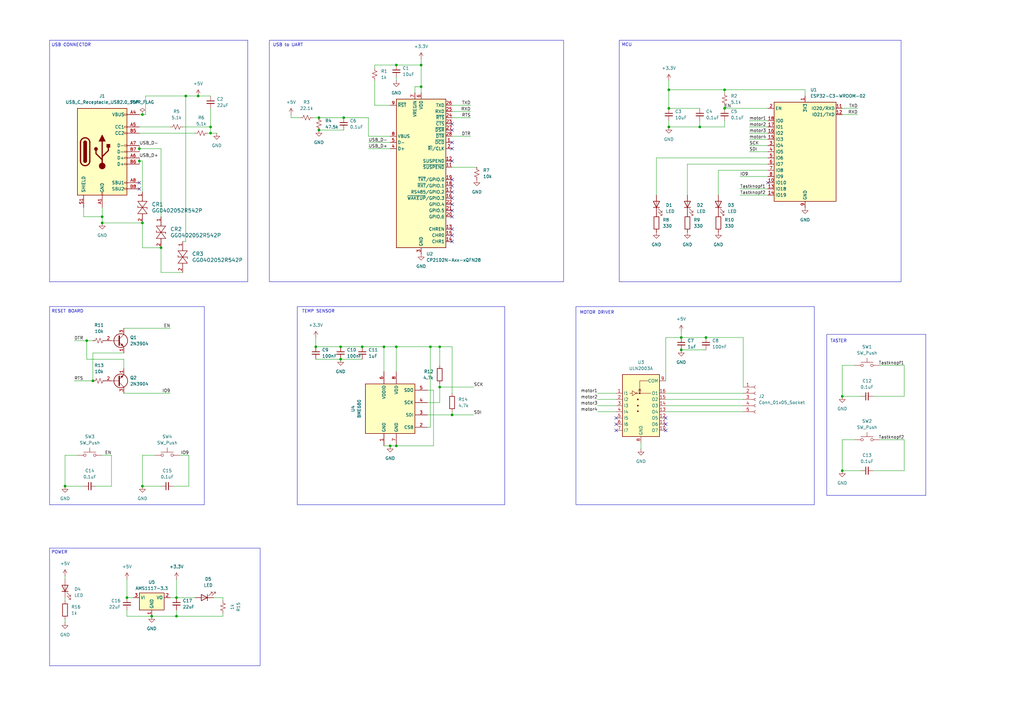
<source format=kicad_sch>
(kicad_sch (version 20250114) (generator "eeschema") (generator_version "9.0")
  (paper "A3")
  (lib_symbols
    (symbol "Connector:Conn_01x05_Socket" (pin_names (offset 1.016) (hide yes))
      (property "Reference" "J" (at 0 7.62 0))
      (property "Value" "Conn_01x05_Socket" (at 0 -7.62 0))
      (symbol "Conn_01x05_Socket_1_1"
        (pin passive line (at -5.08 5.08 0) (length 3.81) (name "Pin_1") (number "1"))
        (pin passive line (at -5.08 2.54 0) (length 3.81) (name "Pin_2") (number "2"))
        (pin passive line (at -5.08 0 0) (length 3.81) (name "Pin_3") (number "3"))
        (pin passive line (at -5.08 -2.54 0) (length 3.81) (name "Pin_4") (number "4"))
        (pin passive line (at -5.08 -5.08 0) (length 3.81) (name "Pin_5") (number "5"))
      )
    )
    (symbol "Connector:USB_C_Receptacle_USB2.0_16P" (pin_names (offset 1.016))
      (property "Reference" "J" (at 0 22.225 0))
      (property "Value" "USB_C_Receptacle_USB2.0_16P" (at 0 19.685 0))
      (symbol "USB_C_Receptacle_USB2.0_16P_1_1"
        (pin passive line (at -7.62 -22.86 90) (length 5.08) (name "SHIELD") (number "S1"))
        (pin passive line (at 0 -22.86 90) (length 5.08) (name "GND") (number "A1"))
        (pin passive line (at 0 -22.86 90) (length 5.08) (hide yes) (name "GND") (number "A12"))
        (pin passive line (at 0 -22.86 90) (length 5.08) (hide yes) (name "GND") (number "B1"))
        (pin passive line (at 0 -22.86 90) (length 5.08) (hide yes) (name "GND") (number "B12"))
        (pin passive line (at 15.24 15.24 180) (length 5.08) (name "VBUS") (number "A4"))
        (pin passive line (at 15.24 15.24 180) (length 5.08) (hide yes) (name "VBUS") (number "A9"))
        (pin passive line (at 15.24 15.24 180) (length 5.08) (hide yes) (name "VBUS") (number "B4"))
        (pin passive line (at 15.24 15.24 180) (length 5.08) (hide yes) (name "VBUS") (number "B9"))
        (pin bidirectional line (at 15.24 10.16 180) (length 5.08) (name "CC1") (number "A5"))
        (pin bidirectional line (at 15.24 7.62 180) (length 5.08) (name "CC2") (number "B5"))
        (pin bidirectional line (at 15.24 2.54 180) (length 5.08) (name "D-") (number "A7"))
        (pin bidirectional line (at 15.24 0 180) (length 5.08) (name "D-") (number "B7"))
        (pin bidirectional line (at 15.24 -2.54 180) (length 5.08) (name "D+") (number "A6"))
        (pin bidirectional line (at 15.24 -5.08 180) (length 5.08) (name "D+") (number "B6"))
        (pin bidirectional line (at 15.24 -12.7 180) (length 5.08) (name "SBU1") (number "A8"))
        (pin bidirectional line (at 15.24 -15.24 180) (length 5.08) (name "SBU2") (number "B8"))
      )
    )
    (symbol "Device:C_Small" (pin_numbers (hide yes)) (pin_names (offset 0.254) (hide yes))
      (property "Reference" "C" (at 0.254 1.778 0))
      (property "Value" "C_Small" (at 0.254 -2.032 0))
      (symbol "C_Small_1_1"
        (pin passive line (at 0 2.54 270) (length 2.032) (name "~") (number "1"))
        (pin passive line (at 0 -2.54 90) (length 2.032) (name "~") (number "2"))
      )
    )
    (symbol "Device:LED" (pin_numbers (hide yes)) (pin_names (offset 1.016) (hide yes))
      (property "Reference" "D" (at 0 2.54 0))
      (property "Value" "LED" (at 0 -2.54 0))
      (symbol "LED_1_1"
        (pin passive line (at -3.81 0 0) (length 2.54) (name "K") (number "1"))
        (pin passive line (at 3.81 0 180) (length 2.54) (name "A") (number "2"))
      )
    )
    (symbol "Device:R" (pin_numbers (hide yes)) (pin_names (offset 0))
      (property "Reference" "R" (at 2.032 0 90))
      (property "Value" "R" (at 0 0 90))
      (symbol "R_1_1"
        (pin passive line (at 0 3.81 270) (length 1.27) (name "~") (number "1"))
        (pin passive line (at 0 -3.81 90) (length 1.27) (name "~") (number "2"))
      )
    )
    (symbol "Device:R_Small_US" (pin_numbers (hide yes)) (pin_names (offset 0.254) (hide yes))
      (property "Reference" "R" (at 0.762 0.508 0))
      (property "Value" "R_Small_US" (at 0.762 -1.016 0))
      (symbol "R_Small_US_1_1"
        (pin passive line (at 0 2.54 270) (length 1.016) (name "~") (number "1"))
        (pin passive line (at 0 -2.54 90) (length 1.016) (name "~") (number "2"))
      )
    )
    (symbol "Home_Sensor_Symbol_lib:GG0402052R542P" (pin_names (offset 0.254))
      (property "Reference" "CR" (at 6.35 5.08 0))
      (property "Value" "GG0402052R542P" (at 6.35 -3.81 0))
      (symbol "GG0402052R542P_1_1"
        (pin bidirectional line (at 0 0 0) (length 2.54) (name "") (number "2"))
        (pin bidirectional line (at 12.7 0 180) (length 2.54) (name "") (number "1"))
      )
    )
    (symbol "Interface_USB:CP2102N-Axx-xQFN28"
      (property "Reference" "U" (at -8.89 31.75 0))
      (property "Value" "CP2102N-Axx-xQFN28" (at 12.7 31.75 0))
      (symbol "CP2102N-Axx-xQFN28_1_1"
        (pin input line (at -12.7 27.94 0) (length 2.54) (name "~{RST}") (number "9"))
        (pin input line (at -12.7 15.24 0) (length 2.54) (name "VBUS") (number "8"))
        (pin bidirectional line (at -12.7 12.7 0) (length 2.54) (name "D-") (number "5"))
        (pin bidirectional line (at -12.7 10.16 0) (length 2.54) (name "D+") (number "4"))
        (pin no_connect line (at -10.16 -27.94 0) (length 2.54) (hide yes) (name "NC") (number "10"))
        (pin power_in line (at -2.54 33.02 270) (length 2.54) (name "VREGIN") (number "7"))
        (pin power_in line (at 0 33.02 270) (length 2.54) (name "VDD") (number "6"))
        (pin passive line (at 0 -33.02 90) (length 2.54) (hide yes) (name "GND") (number "29"))
        (pin power_in line (at 0 -33.02 90) (length 2.54) (name "GND") (number "3"))
        (pin output line (at 12.7 27.94 180) (length 2.54) (name "TXD") (number "26"))
        (pin input line (at 12.7 25.4 180) (length 2.54) (name "RXD") (number "25"))
        (pin output line (at 12.7 22.86 180) (length 2.54) (name "~{RTS}") (number "24"))
        (pin input line (at 12.7 20.32 180) (length 2.54) (name "~{CTS}") (number "23"))
        (pin input line (at 12.7 17.78 180) (length 2.54) (name "~{DSR}") (number "27"))
        (pin output line (at 12.7 15.24 180) (length 2.54) (name "~{DTR}") (number "28"))
        (pin input line (at 12.7 12.7 180) (length 2.54) (name "~{DCD}") (number "1"))
        (pin bidirectional line (at 12.7 10.16 180) (length 2.54) (name "~{RI}/CLK") (number "2"))
        (pin output line (at 12.7 5.08 180) (length 2.54) (name "SUSPEND") (number "12"))
        (pin output line (at 12.7 2.54 180) (length 2.54) (name "~{SUSPEND}") (number "11"))
        (pin bidirectional line (at 12.7 -2.54 180) (length 2.54) (name "~{TXT}/GPIO.0") (number "19"))
        (pin bidirectional line (at 12.7 -5.08 180) (length 2.54) (name "~{RXT}/GPIO.1") (number "18"))
        (pin bidirectional line (at 12.7 -7.62 180) (length 2.54) (name "RS485/GPIO.2") (number "17"))
        (pin bidirectional line (at 12.7 -10.16 180) (length 2.54) (name "~{WAKEUP}/GPIO.3") (number "16"))
        (pin bidirectional line (at 12.7 -12.7 180) (length 2.54) (name "GPIO.4") (number "22"))
        (pin bidirectional line (at 12.7 -15.24 180) (length 2.54) (name "GPIO.5") (number "21"))
        (pin bidirectional line (at 12.7 -17.78 180) (length 2.54) (name "GPIO.6") (number "20"))
        (pin output line (at 12.7 -22.86 180) (length 2.54) (name "CHREN") (number "13"))
        (pin output line (at 12.7 -25.4 180) (length 2.54) (name "CHR0") (number "15"))
        (pin output line (at 12.7 -27.94 180) (length 2.54) (name "CHR1") (number "14"))
      )
    )
    (symbol "RF_Module:ESP32-C3-WROOM-02"
      (property "Reference" "U" (at -12.192 21.336 0))
      (property "Value" "ESP32-C3-WROOM-02" (at 12.192 21.336 0))
      (symbol "ESP32-C3-WROOM-02_1_1"
        (pin input line (at -15.24 17.78 0) (length 2.54) (name "EN") (number "2"))
        (pin bidirectional line (at -15.24 12.7 0) (length 2.54) (name "IO0") (number "18"))
        (pin bidirectional line (at -15.24 10.16 0) (length 2.54) (name "IO1") (number "17"))
        (pin bidirectional line (at -15.24 7.62 0) (length 2.54) (name "IO2") (number "16"))
        (pin bidirectional line (at -15.24 5.08 0) (length 2.54) (name "IO3") (number "15"))
        (pin bidirectional line (at -15.24 2.54 0) (length 2.54) (name "IO4") (number "3"))
        (pin bidirectional line (at -15.24 0 0) (length 2.54) (name "IO5") (number "4"))
        (pin bidirectional line (at -15.24 -2.54 0) (length 2.54) (name "IO6") (number "5"))
        (pin bidirectional line (at -15.24 -5.08 0) (length 2.54) (name "IO7") (number "6"))
        (pin bidirectional line (at -15.24 -7.62 0) (length 2.54) (name "IO8") (number "7"))
        (pin bidirectional line (at -15.24 -10.16 0) (length 2.54) (name "IO9") (number "8"))
        (pin bidirectional line (at -15.24 -12.7 0) (length 2.54) (name "IO10") (number "10"))
        (pin bidirectional line (at -15.24 -15.24 0) (length 2.54) (name "IO18") (number "13"))
        (pin bidirectional line (at -15.24 -17.78 0) (length 2.54) (name "IO19") (number "14"))
        (pin power_in line (at 0 22.86 270) (length 2.54) (name "3V3") (number "1"))
        (pin passive line (at 0 -22.86 90) (length 2.54) (hide yes) (name "GND") (number "19"))
        (pin power_in line (at 0 -22.86 90) (length 2.54) (name "GND") (number "9"))
        (pin bidirectional line (at 15.24 17.78 180) (length 2.54) (name "IO20/RXD") (number "11"))
        (pin bidirectional line (at 15.24 15.24 180) (length 2.54) (name "IO21/TXD") (number "12"))
      )
    )
    (symbol "Regulator_Linear:AMS1117-3.3"
      (property "Reference" "U" (at -3.81 3.175 0))
      (property "Value" "AMS1117-3.3" (at 0 3.175 0))
      (symbol "AMS1117-3.3_1_1"
        (pin power_in line (at -7.62 0 0) (length 2.54) (name "VI") (number "3"))
        (pin power_in line (at 0 -7.62 90) (length 2.54) (name "GND") (number "1"))
        (pin power_out line (at 7.62 0 180) (length 2.54) (name "VO") (number "2"))
      )
    )
    (symbol "Sensor:BME680"
      (property "Reference" "U" (at -8.89 11.43 0))
      (property "Value" "BME680" (at 7.62 11.43 0))
      (symbol "BME680_1_1"
        (pin power_in line (at -2.54 15.24 270) (length 5.08) (name "VDDIO") (number "6"))
        (pin power_in line (at -2.54 -15.24 90) (length 5.08) (name "GND") (number "1"))
        (pin power_in line (at 2.54 15.24 270) (length 5.08) (name "VDD") (number "8"))
        (pin power_in line (at 2.54 -15.24 90) (length 5.08) (name "GND") (number "7"))
        (pin bidirectional line (at 15.24 7.62 180) (length 5.08) (name "SDO") (number "5"))
        (pin input line (at 15.24 2.54 180) (length 5.08) (name "SCK") (number "4"))
        (pin bidirectional line (at 15.24 -2.54 180) (length 5.08) (name "SDI") (number "3"))
        (pin input line (at 15.24 -7.62 180) (length 5.08) (name "CSB") (number "2"))
      )
    )
    (symbol "Switch:SW_Push" (pin_numbers (hide yes)) (pin_names (offset 1.016) (hide yes))
      (property "Reference" "SW" (at 1.27 2.54 0))
      (property "Value" "SW_Push" (at 0 -1.524 0))
      (symbol "SW_Push_0_1"
        (pin passive line (at -5.08 0 0) (length 2.54) (name "1") (number "1"))
        (pin passive line (at 5.08 0 180) (length 2.54) (name "2") (number "2"))
      )
    )
    (symbol "Transistor_Array:ULN2003A"
      (property "Reference" "U" (at 0 15.875 0))
      (property "Value" "ULN2003A" (at 0 13.97 0))
      (symbol "ULN2003A_1_1"
        (pin input line (at -10.16 5.08 0) (length 2.54) (name "I1") (number "1"))
        (pin input line (at -10.16 2.54 0) (length 2.54) (name "I2") (number "2"))
        (pin input line (at -10.16 0 0) (length 2.54) (name "I3") (number "3"))
        (pin input line (at -10.16 -2.54 0) (length 2.54) (name "I4") (number "4"))
        (pin input line (at -10.16 -5.08 0) (length 2.54) (name "I5") (number "5"))
        (pin input line (at -10.16 -7.62 0) (length 2.54) (name "I6") (number "6"))
        (pin input line (at -10.16 -10.16 0) (length 2.54) (name "I7") (number "7"))
        (pin power_in line (at 0 -15.24 90) (length 2.54) (name "GND") (number "8"))
        (pin passive line (at 10.16 10.16 180) (length 2.54) (name "COM") (number "9"))
        (pin open_collector line (at 10.16 5.08 180) (length 2.54) (name "O1") (number "16"))
        (pin open_collector line (at 10.16 2.54 180) (length 2.54) (name "O2") (number "15"))
        (pin open_collector line (at 10.16 0 180) (length 2.54) (name "O3") (number "14"))
        (pin open_collector line (at 10.16 -2.54 180) (length 2.54) (name "O4") (number "13"))
        (pin open_collector line (at 10.16 -5.08 180) (length 2.54) (name "O5") (number "12"))
        (pin open_collector line (at 10.16 -7.62 180) (length 2.54) (name "O6") (number "11"))
        (pin open_collector line (at 10.16 -10.16 180) (length 2.54) (name "O7") (number "10"))
      )
    )
    (symbol "Transistor_BJT:2N3904" (pin_names (offset 0) (hide yes))
      (property "Reference" "Q" (at 5.08 1.905 0))
      (property "Value" "2N3904" (at 5.08 0 0))
      (symbol "2N3904_1_1"
        (pin input line (at -5.08 0 0) (length 2.54) (name "B") (number "2"))
        (pin passive line (at 2.54 5.08 270) (length 2.54) (name "C") (number "3"))
        (pin passive line (at 2.54 -5.08 90) (length 2.54) (name "E") (number "1"))
      )
    )
    (symbol "power:+3.3V" (power) (pin_numbers (hide yes)) (pin_names (offset 0) (hide yes))
      (property "Value" "+3.3V" (at 0 3.556 0))
      (symbol "+3.3V_1_1"
        (pin power_in line (at 0 0 90) (length 0) (name "~") (number "1"))
      )
    )
    (symbol "power:+5V" (power) (pin_numbers (hide yes)) (pin_names (offset 0) (hide yes))
      (property "Value" "+5V" (at 0 3.556 0))
      (symbol "+5V_1_1"
        (pin power_in line (at 0 0 90) (length 0) (name "~") (number "1"))
      )
    )
    (symbol "power:GND" (power) (pin_numbers (hide yes)) (pin_names (offset 0) (hide yes))
      (property "Value" "GND" (at 0 -3.81 0))
      (symbol "GND_1_1"
        (pin power_in line (at 0 0 270) (length 0) (name "~") (number "1"))
      )
    )
    (symbol "power:PWR_FLAG" (power) (pin_numbers (hide yes)) (pin_names (offset 0) (hide yes))
      (property "Value" "PWR_FLAG" (at 0 3.81 0))
      (symbol "PWR_FLAG_0_0"
        (pin power_out line (at 0 0 90) (length 0) (name "~") (number "1"))
      )
    )
  )
  (rectangle (start 20.32 16.51) (end 101.6 115.57))
  (rectangle (start 236.22 125.73) (end 334.01 207.01))
  (rectangle (start 110.49 16.51) (end 231.14 115.57))
  (rectangle (start 339.09 137.16) (end 379.73 203.2))
  (rectangle (start 121.92 125.73) (end 207.01 207.01))
  (rectangle (start 20.32 125.73) (end 83.82 207.01))
  (rectangle (start 20.32 224.79) (end 106.68 273.05))
  (text "POWER\n" (at 24.384 226.568 0) (effects (font (size 1.27 1.27))))
  (text "USB to UART\n" (at 118.11 18.542 0) (effects (font (size 1.27 1.27))))
  (text "MOTOR DRIVER\n" (at 244.856 128.27 0) (effects (font (size 1.27 1.27))))
  (text "TASTER\n" (at 343.916 139.954 0) (effects (font (size 1.27 1.27))))
  (text "RESET BOARD\n" (at 27.686 127.762 0) (effects (font (size 1.27 1.27))))
  (text "TEMP SENSOR\n" (at 130.556 127.762 0) (effects (font (size 1.27 1.27))))
  (text "USB CONNECTOR\n" (at 29.21 18.542 0) (effects (font (size 1.27 1.27))))
  (text_box "MCU\n" (at 254 16.51 0) (size 115.57 99.06) (margins 0.9525 0.9525 0.9525 0.9525) (effects (font (size 1.27 1.27)) (justify left top)))
  (junction (at 297.18 44.45))
  (junction (at 58.42 91.44))
  (junction (at 38.1 156.21))
  (junction (at 345.44 162.56))
  (junction (at 162.56 142.24))
  (junction (at 140.97 48.26))
  (junction (at 139.7 142.24))
  (junction (at 287.02 52.07))
  (junction (at 297.18 36.83))
  (junction (at 185.42 170.18))
  (junction (at 58.42 199.39))
  (junction (at 274.32 52.07))
  (junction (at 129.54 142.24))
  (junction (at 274.32 44.45))
  (junction (at 148.59 142.24))
  (junction (at 72.39 252.73))
  (junction (at 345.44 193.04))
  (junction (at 26.67 199.39))
  (junction (at 289.56 138.43))
  (junction (at 86.36 54.61))
  (junction (at 41.91 91.44))
  (junction (at 35.56 139.7))
  (junction (at 52.07 245.11))
  (junction (at 86.36 52.07))
  (junction (at 176.53 142.24))
  (junction (at 180.34 142.24))
  (junction (at 274.32 36.83))
  (junction (at 130.81 48.26))
  (junction (at 66.04 101.6))
  (junction (at 41.91 88.9))
  (junction (at 62.23 252.73))
  (junction (at 279.4 138.43))
  (junction (at 130.81 53.34))
  (junction (at 57.15 60.96))
  (junction (at 76.2 39.37))
  (junction (at 172.72 26.67))
  (junction (at 58.42 46.99))
  (junction (at 72.39 245.11))
  (junction (at 157.48 142.24))
  (junction (at 160.02 182.88))
  (junction (at 139.7 147.32))
  (junction (at 81.28 39.37))
  (junction (at 172.72 35.56))
  (junction (at 180.34 158.75))
  (junction (at 162.56 182.88))
  (junction (at 57.15 66.04))
  (junction (at 279.4 143.51))
  (junction (at 162.56 26.67))
  (no_connect (at 185.42 53.34))
  (no_connect (at 252.73 176.53))
  (no_connect (at 185.42 86.36))
  (no_connect (at 185.42 73.66))
  (no_connect (at 314.96 74.93))
  (no_connect (at 273.05 173.99))
  (no_connect (at 252.73 171.45))
  (no_connect (at 185.42 81.28))
  (no_connect (at 185.42 58.42))
  (no_connect (at 185.42 96.52))
  (no_connect (at 273.05 176.53))
  (no_connect (at 57.15 77.47))
  (no_connect (at 185.42 60.96))
  (no_connect (at 185.42 76.2))
  (no_connect (at 273.05 171.45))
  (no_connect (at 57.15 74.93))
  (no_connect (at 185.42 78.74))
  (no_connect (at 185.42 88.9))
  (no_connect (at 185.42 66.04))
  (no_connect (at 185.42 50.8))
  (no_connect (at 252.73 173.99))
  (no_connect (at 185.42 83.82))
  (no_connect (at 185.42 93.98))
  (no_connect (at 185.42 99.06))
  (wire (pts (xy 58.42 46.99) (xy 59.69 46.99)))
  (wire (pts (xy 73.66 186.69) (xy 77.47 186.69)))
  (wire (pts (xy 81.28 39.37) (xy 86.36 39.37)))
  (wire (pts (xy 153.67 43.18) (xy 160.02 43.18)))
  (wire (pts (xy 180.34 158.75) (xy 194.31 158.75)))
  (wire (pts (xy 63.5 186.69) (xy 58.42 186.69)))
  (wire (pts (xy 76.2 99.06) (xy 74.93 99.06)))
  (wire (pts (xy 119.38 48.26) (xy 123.19 48.26)))
  (wire (pts (xy 151.13 60.96) (xy 160.02 60.96)))
  (wire (pts (xy 245.11 168.91) (xy 252.73 168.91)))
  (wire (pts (xy 303.53 72.39) (xy 314.96 72.39)))
  (wire (pts (xy 170.18 35.56) (xy 172.72 35.56)))
  (wire (pts (xy 297.18 36.83) (xy 297.18 38.1)))
  (wire (pts (xy 303.53 77.47) (xy 314.96 77.47)))
  (wire (pts (xy 157.48 142.24) (xy 157.48 152.4)))
  (wire (pts (xy 91.44 252.73) (xy 72.39 252.73)))
  (wire (pts (xy 57.15 59.69) (xy 57.15 60.96)))
  (wire (pts (xy 294.64 69.85) (xy 314.96 69.85)))
  (wire (pts (xy 330.2 39.37) (xy 330.2 36.83)))
  (wire (pts (xy 273.05 138.43) (xy 279.4 138.43)))
  (wire (pts (xy 66.04 111.76) (xy 66.04 101.6)))
  (wire (pts (xy 307.34 59.69) (xy 314.96 59.69)))
  (wire (pts (xy 57.15 60.96) (xy 66.04 60.96)))
  (wire (pts (xy 281.94 67.31) (xy 314.96 67.31)))
  (wire (pts (xy 39.37 199.39) (xy 45.72 199.39)))
  (wire (pts (xy 345.44 46.99) (xy 351.79 46.99)))
  (wire (pts (xy 72.39 252.73) (xy 62.23 252.73)))
  (wire (pts (xy 30.48 156.21) (xy 38.1 156.21)))
  (wire (pts (xy 176.53 142.24) (xy 176.53 175.26)))
  (wire (pts (xy 273.05 161.29) (xy 304.8 161.29)))
  (wire (pts (xy 172.72 24.13) (xy 172.72 26.67)))
  (wire (pts (xy 91.44 251.46) (xy 91.44 252.73)))
  (wire (pts (xy 153.67 26.67) (xy 153.67 27.94)))
  (wire (pts (xy 52.07 252.73) (xy 62.23 252.73)))
  (wire (pts (xy 69.85 245.11) (xy 72.39 245.11)))
  (wire (pts (xy 41.91 85.09) (xy 41.91 88.9)))
  (wire (pts (xy 128.27 48.26) (xy 130.81 48.26)))
  (wire (pts (xy 180.34 142.24) (xy 180.34 149.86)))
  (wire (pts (xy 38.1 144.78) (xy 50.8 144.78)))
  (wire (pts (xy 177.8 160.02) (xy 177.8 182.88)))
  (wire (pts (xy 74.93 52.07) (xy 86.36 52.07)))
  (wire (pts (xy 76.2 39.37) (xy 81.28 39.37)))
  (wire (pts (xy 273.05 168.91) (xy 304.8 168.91)))
  (wire (pts (xy 307.34 62.23) (xy 314.96 62.23)))
  (wire (pts (xy 175.26 175.26) (xy 176.53 175.26)))
  (wire (pts (xy 35.56 147.32) (xy 35.56 139.7)))
  (wire (pts (xy 66.04 60.96) (xy 66.04 88.9)))
  (wire (pts (xy 58.42 91.44) (xy 41.91 91.44)))
  (wire (pts (xy 185.42 43.18) (xy 193.04 43.18)))
  (wire (pts (xy 72.39 245.11) (xy 80.01 245.11)))
  (wire (pts (xy 330.2 36.83) (xy 297.18 36.83)))
  (wire (pts (xy 345.44 180.34) (xy 345.44 193.04)))
  (wire (pts (xy 274.32 36.83) (xy 274.32 44.45)))
  (wire (pts (xy 26.67 199.39) (xy 34.29 199.39)))
  (wire (pts (xy 345.44 149.86) (xy 345.44 162.56)))
  (wire (pts (xy 262.89 184.15) (xy 262.89 181.61)))
  (wire (pts (xy 52.07 237.49) (xy 52.07 245.11)))
  (wire (pts (xy 287.02 52.07) (xy 274.32 52.07)))
  (wire (pts (xy 50.8 161.29) (xy 69.85 161.29)))
  (wire (pts (xy 59.69 39.37) (xy 76.2 39.37)))
  (wire (pts (xy 148.59 142.24) (xy 157.48 142.24)))
  (wire (pts (xy 289.56 138.43) (xy 304.8 138.43)))
  (wire (pts (xy 160.02 182.88) (xy 162.56 182.88)))
  (wire (pts (xy 162.56 33.02) (xy 162.56 31.75)))
  (wire (pts (xy 58.42 101.6) (xy 66.04 101.6)))
  (wire (pts (xy 350.52 180.34) (xy 345.44 180.34)))
  (wire (pts (xy 151.13 55.88) (xy 160.02 55.88)))
  (wire (pts (xy 185.42 55.88) (xy 193.04 55.88)))
  (wire (pts (xy 151.13 58.42) (xy 160.02 58.42)))
  (wire (pts (xy 153.67 26.67) (xy 162.56 26.67)))
  (wire (pts (xy 180.34 142.24) (xy 185.42 142.24)))
  (wire (pts (xy 57.15 60.96) (xy 57.15 62.23)))
  (wire (pts (xy 273.05 163.83) (xy 304.8 163.83)))
  (wire (pts (xy 162.56 26.67) (xy 172.72 26.67)))
  (wire (pts (xy 185.42 68.58) (xy 195.58 68.58)))
  (wire (pts (xy 307.34 57.15) (xy 314.96 57.15)))
  (wire (pts (xy 86.36 44.45) (xy 86.36 52.07)))
  (wire (pts (xy 50.8 134.62) (xy 69.85 134.62)))
  (wire (pts (xy 72.39 237.49) (xy 72.39 245.11)))
  (wire (pts (xy 307.34 49.53) (xy 314.96 49.53)))
  (wire (pts (xy 119.38 46.99) (xy 119.38 48.26)))
  (wire (pts (xy 345.44 193.04) (xy 353.06 193.04)))
  (wire (pts (xy 57.15 46.99) (xy 58.42 46.99)))
  (wire (pts (xy 245.11 163.83) (xy 252.73 163.83)))
  (wire (pts (xy 162.56 142.24) (xy 176.53 142.24)))
  (wire (pts (xy 345.44 44.45) (xy 351.79 44.45)))
  (wire (pts (xy 176.53 142.24) (xy 180.34 142.24)))
  (wire (pts (xy 34.29 88.9) (xy 41.91 88.9)))
  (wire (pts (xy 180.34 158.75) (xy 180.34 165.1)))
  (wire (pts (xy 345.44 162.56) (xy 353.06 162.56)))
  (wire (pts (xy 274.32 49.53) (xy 274.32 52.07)))
  (wire (pts (xy 297.18 52.07) (xy 287.02 52.07)))
  (wire (pts (xy 162.56 142.24) (xy 162.56 152.4)))
  (wire (pts (xy 307.34 52.07) (xy 314.96 52.07)))
  (wire (pts (xy 175.26 160.02) (xy 177.8 160.02)))
  (wire (pts (xy 77.47 186.69) (xy 77.47 199.39)))
  (wire (pts (xy 370.84 149.86) (xy 370.84 162.56)))
  (wire (pts (xy 177.8 182.88) (xy 162.56 182.88)))
  (wire (pts (xy 297.18 49.53) (xy 297.18 52.07)))
  (wire (pts (xy 358.14 193.04) (xy 370.84 193.04)))
  (wire (pts (xy 140.97 48.26) (xy 151.13 48.26)))
  (wire (pts (xy 130.81 48.26) (xy 140.97 48.26)))
  (wire (pts (xy 57.15 66.04) (xy 58.42 66.04)))
  (wire (pts (xy 71.12 199.39) (xy 77.47 199.39)))
  (wire (pts (xy 157.48 142.24) (xy 162.56 142.24)))
  (wire (pts (xy 151.13 48.26) (xy 151.13 55.88)))
  (wire (pts (xy 58.42 66.04) (xy 58.42 78.74)))
  (wire (pts (xy 269.24 64.77) (xy 314.96 64.77)))
  (wire (pts (xy 274.32 36.83) (xy 297.18 36.83)))
  (wire (pts (xy 185.42 170.18) (xy 194.31 170.18)))
  (wire (pts (xy 59.69 46.99) (xy 59.69 39.37)))
  (wire (pts (xy 157.48 182.88) (xy 160.02 182.88)))
  (wire (pts (xy 38.1 156.21) (xy 38.1 144.78)))
  (wire (pts (xy 130.81 53.34) (xy 140.97 53.34)))
  (wire (pts (xy 153.67 33.02) (xy 153.67 43.18)))
  (wire (pts (xy 185.42 45.72) (xy 193.04 45.72)))
  (wire (pts (xy 274.32 33.02) (xy 274.32 36.83)))
  (wire (pts (xy 41.91 88.9) (xy 41.91 91.44)))
  (wire (pts (xy 185.42 48.26) (xy 193.04 48.26)))
  (wire (pts (xy 66.04 111.76) (xy 74.93 111.76)))
  (wire (pts (xy 58.42 199.39) (xy 66.04 199.39)))
  (wire (pts (xy 279.4 138.43) (xy 279.4 135.89)))
  (wire (pts (xy 273.05 166.37) (xy 304.8 166.37)))
  (wire (pts (xy 170.18 35.56) (xy 170.18 38.1)))
  (wire (pts (xy 57.15 52.07) (xy 69.85 52.07)))
  (wire (pts (xy 172.72 35.56) (xy 172.72 38.1)))
  (wire (pts (xy 297.18 43.18) (xy 297.18 44.45)))
  (wire (pts (xy 38.1 139.7) (xy 35.56 139.7)))
  (wire (pts (xy 52.07 250.19) (xy 52.07 252.73)))
  (wire (pts (xy 26.67 186.69) (xy 26.67 199.39)))
  (wire (pts (xy 350.52 149.86) (xy 345.44 149.86)))
  (wire (pts (xy 370.84 180.34) (xy 370.84 193.04)))
  (wire (pts (xy 180.34 165.1) (xy 175.26 165.1)))
  (wire (pts (xy 57.15 54.61) (xy 80.01 54.61)))
  (wire (pts (xy 185.42 170.18) (xy 175.26 170.18)))
  (wire (pts (xy 303.53 80.01) (xy 314.96 80.01)))
  (wire (pts (xy 26.67 246.38) (xy 26.67 245.11)))
  (wire (pts (xy 72.39 250.19) (xy 72.39 252.73)))
  (wire (pts (xy 360.68 149.86) (xy 370.84 149.86)))
  (wire (pts (xy 245.11 161.29) (xy 252.73 161.29)))
  (wire (pts (xy 86.36 54.61) (xy 85.09 54.61)))
  (wire (pts (xy 180.34 157.48) (xy 180.34 158.75)))
  (wire (pts (xy 279.4 138.43) (xy 289.56 138.43)))
  (wire (pts (xy 139.7 147.32) (xy 148.59 147.32)))
  (wire (pts (xy 50.8 147.32) (xy 35.56 147.32)))
  (wire (pts (xy 35.56 139.7) (xy 30.48 139.7)))
  (wire (pts (xy 358.14 162.56) (xy 370.84 162.56)))
  (wire (pts (xy 129.54 138.43) (xy 129.54 142.24)))
  (wire (pts (xy 86.36 52.07) (xy 86.36 54.61)))
  (wire (pts (xy 86.36 54.61) (xy 88.9 54.61)))
  (wire (pts (xy 58.42 186.69) (xy 58.42 199.39)))
  (wire (pts (xy 245.11 166.37) (xy 252.73 166.37)))
  (wire (pts (xy 31.75 186.69) (xy 26.67 186.69)))
  (wire (pts (xy 172.72 35.56) (xy 172.72 26.67)))
  (wire (pts (xy 185.42 168.91) (xy 185.42 170.18)))
  (wire (pts (xy 294.64 69.85) (xy 294.64 80.01)))
  (wire (pts (xy 129.54 147.32) (xy 139.7 147.32)))
  (wire (pts (xy 185.42 161.29) (xy 185.42 142.24)))
  (wire (pts (xy 279.4 143.51) (xy 289.56 143.51)))
  (wire (pts (xy 307.34 54.61) (xy 314.96 54.61)))
  (wire (pts (xy 45.72 186.69) (xy 45.72 199.39)))
  (wire (pts (xy 91.44 245.11) (xy 91.44 246.38)))
  (wire (pts (xy 26.67 255.27) (xy 26.67 254)))
  (wire (pts (xy 287.02 49.53) (xy 287.02 52.07)))
  (wire (pts (xy 281.94 80.01) (xy 281.94 67.31)))
  (wire (pts (xy 34.29 85.09) (xy 34.29 88.9)))
  (wire (pts (xy 58.42 91.44) (xy 58.42 101.6)))
  (wire (pts (xy 129.54 142.24) (xy 139.7 142.24)))
  (wire (pts (xy 50.8 151.13) (xy 50.8 147.32)))
  (wire (pts (xy 41.91 186.69) (xy 45.72 186.69)))
  (wire (pts (xy 139.7 142.24) (xy 148.59 142.24)))
  (wire (pts (xy 57.15 66.04) (xy 57.15 67.31)))
  (wire (pts (xy 87.63 245.11) (xy 91.44 245.11)))
  (wire (pts (xy 269.24 64.77) (xy 269.24 80.01)))
  (wire (pts (xy 360.68 180.34) (xy 370.84 180.34)))
  (wire (pts (xy 273.05 138.43) (xy 273.05 156.21)))
  (wire (pts (xy 297.18 44.45) (xy 314.96 44.45)))
  (wire (pts (xy 57.15 64.77) (xy 57.15 66.04)))
  (wire (pts (xy 26.67 236.22) (xy 26.67 237.49)))
  (wire (pts (xy 52.07 245.11) (xy 54.61 245.11)))
  (wire (pts (xy 274.32 44.45) (xy 287.02 44.45)))
  (wire (pts (xy 304.8 138.43) (xy 304.8 158.75)))
  (wire (pts (xy 76.2 39.37) (xy 76.2 99.06)))
  (label "SCK" (at 194.31 158.75 0))
  (label "SDI" (at 194.31 170.18 0))
  (label "EN" (at 297.18 44.45 0))
  (label "motor3" (at 245.11 166.37 180))
  (label "RXD" (at 351.79 46.99 180))
  (label "USB_D-" (at 57.15 59.69 0))
  (label "motor4" (at 307.34 57.15 0))
  (label "USB_D+" (at 57.15 64.77 0))
  (label "motor2" (at 245.11 163.83 180))
  (label "IO9" (at 69.85 161.29 180))
  (label "TXD" (at 193.04 43.18 180))
  (label "SCK" (at 307.34 59.69 0))
  (label "DTR" (at 30.48 139.7 0))
  (label "DTR" (at 193.04 55.88 180))
  (label "Tastknopf1" (at 370.84 149.86 180))
  (label "EN" (at 45.72 186.69 180))
  (label "SDI" (at 307.34 62.23 0))
  (label "motor1" (at 307.34 49.53 0))
  (label "USB_D-" (at 151.13 58.42 0))
  (label "motor3" (at 307.34 54.61 0))
  (label "IO9" (at 77.47 186.69 180))
  (label "USB_D+" (at 151.13 60.96 0))
  (label "motor4" (at 245.11 168.91 180))
  (label "motor1" (at 245.11 161.29 180))
  (label "IO9" (at 303.53 72.39 0))
  (label "Tastknopf2" (at 303.53 80.01 0))
  (label "EN" (at 69.85 134.62 180))
  (label "Tastknopf1" (at 303.53 77.47 0))
  (label "RXD" (at 193.04 45.72 180))
  (label "TXD" (at 351.79 44.45 180))
  (label "motor2" (at 307.34 52.07 0))
  (label "RTS" (at 193.04 48.26 180))
  (label "RTS" (at 30.48 156.21 0))
  (label "Tastknopf2" (at 370.84 180.34 180))
  (symbol (lib_id "Device:R_Small_US") (at 297.18 40.64 180) (unit 1)
    (property "Reference" "R2" (at 299.72 39.3699 0) (effects (justify right)))
    (property "Value" "5.1k" (at 299.72 41.9099 0) (effects (justify right)))
    (property "Footprint" "Resistor_SMD:R_0603_1608Metric_Pad0.98x0.95mm_HandSolder" (effects (hide yes)))
    (property "Description" "Resistor, small US symbol" (effects (hide yes)))
  )
  (symbol (lib_id "Device:R") (at 294.64 91.44 0) (unit 1)
    (property "Reference" "R10" (at 297.18 90.1699 0) (effects (justify left)))
    (property "Value" "330" (at 297.18 92.7099 0) (effects (justify left)))
    (property "Footprint" "Resistor_SMD:R_0603_1608Metric_Pad0.98x0.95mm_HandSolder" (effects (hide yes)))
    (property "Description" "Resistor" (effects (hide yes)))
  )
  (symbol (lib_id "power:PWR_FLAG") (at 58.42 46.99 0) (unit 1)
    (property "Reference" "#FLG01" (effects (hide yes)))
    (property "Value" "PWR_FLAG" (at 58.42 41.91 0))
    (property "Description" "Special symbol for telling ERC where power comes from" (effects (hide yes)))
  )
  (symbol (lib_id "power:GND") (at 172.72 104.14 0) (unit 1)
    (property "Reference" "#PWR015" (effects (hide yes)))
    (property "Value" "GND" (at 172.72 109.22 0))
    (property "Description" "Power symbol creates a global label with name \"GND\" , ground" (effects (hide yes)))
  )
  (symbol (lib_id "power:GND") (at 26.67 255.27 0) (unit 1)
    (property "Reference" "#PWR030" (effects (hide yes)))
    (property "Value" "GND" (at 26.67 260.35 0))
    (property "Description" "Power symbol creates a global label with name \"GND\" , ground" (effects (hide yes)))
  )
  (symbol (lib_id "power:GND") (at 41.91 91.44 0) (unit 1)
    (property "Reference" "#PWR011" (effects (hide yes)))
    (property "Value" "GND" (at 41.91 96.52 0))
    (property "Description" "Power symbol creates a global label with name \"GND\" , ground" (effects (hide yes)))
  )
  (symbol (lib_id "Device:LED") (at 83.82 245.11 180) (unit 1)
    (property "Reference" "D5" (at 85.4075 237.49 0))
    (property "Value" "LED" (at 85.4075 240.03 0))
    (property "Footprint" "LED_SMD:LED_0603_1608Metric_Pad1.05x0.95mm_HandSolder" (effects (hide yes)))
    (property "Description" "Light emitting diode" (effects (hide yes)))
    (property "Sim.Pins" "1=K 2=A" (effects (hide yes)))
  )
  (symbol (lib_id "Switch:SW_Push") (at 36.83 186.69 0) (unit 1)
    (property "Reference" "SW3" (at 36.83 179.07 0))
    (property "Value" "SW_Push" (at 36.83 181.61 0))
    (property "Footprint" "Home_Sensor_foot_lib:SW4_1825910-B_TEC" (effects (hide yes)))
    (property "Description" "Push button switch, generic, two pins" (effects (hide yes)))
  )
  (symbol (lib_id "power:GND") (at 130.81 53.34 0) (unit 1)
    (property "Reference" "#PWR07" (effects (hide yes)))
    (property "Value" "GND" (at 130.81 58.42 0))
    (property "Description" "Power symbol creates a global label with name \"GND\" , ground" (effects (hide yes)))
  )
  (symbol (lib_id "power:+3.3V") (at 72.39 237.49 0) (unit 1)
    (property "Reference" "#PWR028" (effects (hide yes)))
    (property "Value" "+3.3V" (at 72.39 232.41 0))
    (property "Description" "Power symbol creates a global label with name \"+3.3V\"" (effects (hide yes)))
  )
  (symbol (lib_id "power:+5V") (at 81.28 39.37 0) (unit 1)
    (property "Reference" "#PWR04" (effects (hide yes)))
    (property "Value" "+5V" (at 81.28 34.29 0))
    (property "Description" "Power symbol creates a global label with name \"+5V\"" (effects (hide yes)))
  )
  (symbol (lib_id "power:GND") (at 274.32 52.07 0) (unit 1)
    (property "Reference" "#PWR06" (effects (hide yes)))
    (property "Value" "GND" (at 274.32 57.15 0))
    (property "Description" "Power symbol creates a global label with name \"GND\" , ground" (effects (hide yes)))
  )
  (symbol (lib_id "power:GND") (at 160.02 182.88 0) (unit 1)
    (property "Reference" "#PWR021" (effects (hide yes)))
    (property "Value" "GND" (at 160.02 187.96 0))
    (property "Description" "Power symbol creates a global label with name \"GND\" , ground" (effects (hide yes)))
  )
  (symbol (lib_id "power:GND") (at 330.2 85.09 0) (unit 1)
    (property "Reference" "#PWR010" (effects (hide yes)))
    (property "Value" "GND" (at 330.2 90.17 0))
    (property "Description" "Power symbol creates a global label with name \"GND\" , ground" (effects (hide yes)))
  )
  (symbol (lib_id "power:GND") (at 279.4 143.51 0) (unit 1)
    (property "Reference" "#PWR018" (effects (hide yes)))
    (property "Value" "GND" (at 279.4 148.59 0))
    (property "Description" "Power symbol creates a global label with name \"GND\" , ground" (effects (hide yes)))
  )
  (symbol (lib_id "Device:LED") (at 294.64 83.82 90) (unit 1)
    (property "Reference" "D3" (at 298.45 84.1374 90) (effects (justify right)))
    (property "Value" "LED" (at 298.45 86.6774 90) (effects (justify right)))
    (property "Footprint" "LED_SMD:LED_0603_1608Metric_Pad1.05x0.95mm_HandSolder" (effects (hide yes)))
    (property "Description" "Light emitting diode" (effects (hide yes)))
    (property "Sim.Pins" "1=K 2=A" (effects (hide yes)))
  )
  (symbol (lib_id "Device:C_Small") (at 148.59 144.78 0) (unit 1)
    (property "Reference" "C11" (at 151.13 143.5162 0) (effects (justify left)))
    (property "Value" "1uF" (at 151.13 146.0562 0) (effects (justify left)))
    (property "Footprint" "Capacitor_SMD:C_0603_1608Metric_Pad1.08x0.95mm_HandSolder" (effects (hide yes)))
    (property "Description" "Unpolarized capacitor, small symbol" (effects (hide yes)))
  )
  (symbol (lib_id "Home_Sensor_Symbol_lib:GG0402052R542P") (at 66.04 101.6 90) (unit 1)
    (property "Reference" "CR2" (at 69.85 93.9799 90) (effects (font (size 1.524 1.524)) (justify right)))
    (property "Value" "GG0402052R542P" (at 69.85 96.5199 90) (effects (font (size 1.524 1.524)) (justify right)))
    (property "Footprint" "Home_Sensor_foot_lib:TVS_GG0402_KAV" (effects (hide yes)))
    (property "Datasheet" "GG0402052R542P" (effects (hide yes)))
  )
  (symbol (lib_id "Device:C_Small") (at 36.83 199.39 90) (unit 1)
    (property "Reference" "C14" (at 36.8363 193.04 90))
    (property "Value" "0.1uF" (at 36.8363 195.58 90))
    (property "Footprint" "Capacitor_SMD:C_0603_1608Metric_Pad1.08x0.95mm_HandSolder" (effects (hide yes)))
    (property "Description" "Unpolarized capacitor, small symbol" (effects (hide yes)))
  )
  (symbol (lib_id "Device:R_Small_US") (at 153.67 30.48 180) (unit 1)
    (property "Reference" "R1" (at 156.21 29.2099 0) (effects (justify right)))
    (property "Value" "1k" (at 156.21 31.7499 0) (effects (justify right)))
    (property "Footprint" "Resistor_SMD:R_0603_1608Metric_Pad0.98x0.95mm_HandSolder" (effects (hide yes)))
    (property "Description" "Resistor, small US symbol" (effects (hide yes)))
  )
  (symbol (lib_id "Transistor_BJT:2N3904") (at 48.26 139.7 0) (unit 1)
    (property "Reference" "Q1" (at 53.34 138.4299 0) (effects (justify left)))
    (property "Value" "2N3904" (at 53.34 140.9699 0) (effects (justify left)))
    (property "Footprint" "Package_TO_SOT_THT:TO-92_Inline" (effects (hide yes)))
    (property "Datasheet" "https://www.onsemi.com/pub/Collateral/2N3903-D.PDF" (effects (hide yes)))
    (property "Description" "0.2A Ic, 40V Vce, Small Signal NPN Transistor, TO-92" (effects (hide yes)))
  )
  (symbol (lib_id "Home_Sensor_Symbol_lib:GG0402052R542P") (at 58.42 91.44 90) (unit 1)
    (property "Reference" "CR1" (at 62.23 83.8199 90) (effects (font (size 1.524 1.524)) (justify right)))
    (property "Value" "GG0402052R542P" (at 62.23 86.3599 90) (effects (font (size 1.524 1.524)) (justify right)))
    (property "Footprint" "Home_Sensor_foot_lib:TVS_GG0402_KAV" (effects (hide yes)))
    (property "Datasheet" "GG0402052R542P" (effects (hide yes)))
  )
  (symbol (lib_id "power:GND") (at 62.23 252.73 0) (unit 1)
    (property "Reference" "#PWR029" (effects (hide yes)))
    (property "Value" "GND" (at 62.23 257.81 0))
    (property "Description" "Power symbol creates a global label with name \"GND\" , ground" (effects (hide yes)))
  )
  (symbol (lib_id "Transistor_BJT:2N3904") (at 48.26 156.21 0) (mirror x) (unit 1)
    (property "Reference" "Q2" (at 53.34 154.9399 0) (effects (justify left)))
    (property "Value" "2N3904" (at 53.34 157.4799 0) (effects (justify left)))
    (property "Footprint" "Package_TO_SOT_THT:TO-92_Inline" (effects (hide yes)))
    (property "Datasheet" "https://www.onsemi.com/pub/Collateral/2N3903-D.PDF" (effects (hide yes)))
    (property "Description" "0.2A Ic, 40V Vce, Small Signal NPN Transistor, TO-92" (effects (hide yes)))
  )
  (symbol (lib_id "RF_Module:ESP32-C3-WROOM-02") (at 330.2 62.23 0) (unit 1)
    (property "Reference" "U1" (at 332.3433 36.83 0) (effects (justify left)))
    (property "Value" "ESP32-C3-WROOM-02" (at 332.3433 39.37 0) (effects (justify left)))
    (property "Footprint" "RF_Module:ESP32-C3-WROOM-02" (effects (hide yes)))
    (property "Datasheet" "https://www.espressif.com/sites/default/files/documentation/esp32-c3-wroom-02_datasheet_en.pdf" (effects (hide yes)))
    (property "Description" "802.11 b/g/n Wi­Fi and Bluetooth 5 module, ESP32­C3 SoC, RISC­V microprocessor, On-board antenna" (effects (hide yes)))
  )
  (symbol (lib_id "Device:C_Small") (at 139.7 144.78 0) (unit 1)
    (property "Reference" "C10" (at 142.24 143.5162 0) (effects (justify left)))
    (property "Value" "100nF" (at 142.24 146.0562 0) (effects (justify left)))
    (property "Footprint" "Capacitor_SMD:C_0603_1608Metric_Pad1.08x0.95mm_HandSolder" (effects (hide yes)))
    (property "Description" "Unpolarized capacitor, small symbol" (effects (hide yes)))
  )
  (symbol (lib_id "Device:C_Small") (at 68.58 199.39 90) (unit 1)
    (property "Reference" "C15" (at 68.5863 193.04 90))
    (property "Value" "0.1uF" (at 68.5863 195.58 90))
    (property "Footprint" "Capacitor_SMD:C_0603_1608Metric_Pad1.08x0.95mm_HandSolder" (effects (hide yes)))
    (property "Description" "Unpolarized capacitor, small symbol" (effects (hide yes)))
  )
  (symbol (lib_id "power:+5V") (at 119.38 46.99 0) (unit 1)
    (property "Reference" "#PWR05" (effects (hide yes)))
    (property "Value" "+5V" (at 119.38 41.91 0))
    (property "Description" "Power symbol creates a global label with name \"+5V\"" (effects (hide yes)))
  )
  (symbol (lib_id "power:GND") (at 58.42 199.39 0) (unit 1)
    (property "Reference" "#PWR025" (effects (hide yes)))
    (property "Value" "GND" (at 58.42 204.47 0))
    (property "Description" "Power symbol creates a global label with name \"GND\" , ground" (effects (hide yes)))
  )
  (symbol (lib_id "power:GND") (at 281.94 95.25 0) (unit 1)
    (property "Reference" "#PWR013" (effects (hide yes)))
    (property "Value" "GND" (at 281.94 100.33 0))
    (property "Description" "Power symbol creates a global label with name \"GND\" , ground" (effects (hide yes)))
  )
  (symbol (lib_id "Device:R") (at 269.24 91.44 0) (unit 1)
    (property "Reference" "R8" (at 271.78 90.1699 0) (effects (justify left)))
    (property "Value" "330" (at 271.78 92.7099 0) (effects (justify left)))
    (property "Footprint" "Resistor_SMD:R_0603_1608Metric_Pad0.98x0.95mm_HandSolder" (effects (hide yes)))
    (property "Description" "Resistor" (effects (hide yes)))
  )
  (symbol (lib_id "Home_Sensor_Symbol_lib:GG0402052R542P") (at 74.93 111.76 90) (unit 1)
    (property "Reference" "CR3" (at 78.74 104.1399 90) (effects (font (size 1.524 1.524)) (justify right)))
    (property "Value" "GG0402052R542P" (at 78.74 106.6799 90) (effects (font (size 1.524 1.524)) (justify right)))
    (property "Footprint" "Home_Sensor_foot_lib:TVS_GG0402_KAV" (effects (hide yes)))
    (property "Datasheet" "GG0402052R542P" (effects (hide yes)))
  )
  (symbol (lib_id "Interface_USB:CP2102N-Axx-xQFN28") (at 172.72 71.12 0) (unit 1)
    (property "Reference" "U2" (at 174.8633 104.14 0) (effects (justify left)))
    (property "Value" "CP2102N-Axx-xQFN28" (at 174.8633 106.68 0) (effects (justify left)))
    (property "Footprint" "Home_Sensor_foot_lib:QFN50P500X500X80-29N" (effects (hide yes)))
    (property "Datasheet" "https://www.silabs.com/documents/public/data-sheets/cp2102n-datasheet.pdf" (effects (hide yes)))
    (property "Description" "USB to UART master bridge, QFN-28" (effects (hide yes)))
  )
  (symbol (lib_id "Device:C_Small") (at 129.54 144.78 0) (unit 1)
    (property "Reference" "C9" (at 132.08 143.5162 0) (effects (justify left)))
    (property "Value" "100nF" (at 132.08 146.0562 0) (effects (justify left)))
    (property "Footprint" "Capacitor_SMD:C_0603_1608Metric_Pad1.08x0.95mm_HandSolder" (effects (hide yes)))
    (property "Description" "Unpolarized capacitor, small symbol" (effects (hide yes)))
  )
  (symbol (lib_id "Regulator_Linear:AMS1117-3.3") (at 62.23 245.11 0) (unit 1)
    (property "Reference" "U5" (at 62.23 238.76 0))
    (property "Value" "AMS1117-3.3" (at 62.23 241.3 0))
    (property "Footprint" "Package_TO_SOT_SMD:SOT-223-3_TabPin2" (effects (hide yes)))
    (property "Datasheet" "http://www.advanced-monolithic.com/pdf/ds1117.pdf" (effects (hide yes)))
    (property "Description" "1A Low Dropout regulator, positive, 3.3V fixed output, SOT-223" (effects (hide yes)))
  )
  (symbol (lib_id "Device:R") (at 185.42 165.1 180) (unit 1)
    (property "Reference" "R14" (at 187.96 163.8299 0) (effects (justify right)))
    (property "Value" "4.7k" (at 187.96 166.3699 0) (effects (justify right)))
    (property "Footprint" "Resistor_SMD:R_0603_1608Metric_Pad0.98x0.95mm_HandSolder" (effects (hide yes)))
    (property "Description" "Resistor" (effects (hide yes)))
  )
  (symbol (lib_id "power:+5V") (at 279.4 135.89 0) (unit 1)
    (property "Reference" "#PWR016" (effects (hide yes)))
    (property "Value" "+5V" (at 279.4 130.81 0))
    (property "Description" "Power symbol creates a global label with name \"+5V\"" (effects (hide yes)))
  )
  (symbol (lib_id "power:GND") (at 345.44 193.04 0) (unit 1)
    (property "Reference" "#PWR023" (effects (hide yes)))
    (property "Value" "GND" (at 345.44 198.12 0))
    (property "Description" "Power symbol creates a global label with name \"GND\" , ground" (effects (hide yes)))
  )
  (symbol (lib_id "Device:R") (at 180.34 153.67 0) (mirror x) (unit 1)
    (property "Reference" "R12" (at 177.8 152.3999 0) (effects (justify right)))
    (property "Value" "4.7k" (at 177.8 154.9399 0) (effects (justify right)))
    (property "Footprint" "Resistor_SMD:R_0603_1608Metric_Pad0.98x0.95mm_HandSolder" (effects (hide yes)))
    (property "Description" "Resistor" (effects (hide yes)))
  )
  (symbol (lib_id "Device:C_Small") (at 140.97 50.8 0) (unit 1)
    (property "Reference" "C6" (at 143.51 49.5362 0) (effects (justify left)))
    (property "Value" "0.1uF" (at 143.51 52.0762 0) (effects (justify left)))
    (property "Footprint" "Capacitor_SMD:C_0603_1608Metric_Pad1.08x0.95mm_HandSolder" (effects (hide yes)))
    (property "Description" "Unpolarized capacitor, small symbol" (effects (hide yes)))
  )
  (symbol (lib_id "Device:LED") (at 281.94 83.82 90) (unit 1)
    (property "Reference" "D2" (at 285.75 84.1374 90) (effects (justify right)))
    (property "Value" "LED" (at 285.75 86.6774 90) (effects (justify right)))
    (property "Footprint" "LED_SMD:LED_0603_1608Metric_Pad1.05x0.95mm_HandSolder" (effects (hide yes)))
    (property "Description" "Light emitting diode" (effects (hide yes)))
    (property "Sim.Pins" "1=K 2=A" (effects (hide yes)))
  )
  (symbol (lib_id "power:GND") (at 345.44 162.56 0) (unit 1)
    (property "Reference" "#PWR020" (effects (hide yes)))
    (property "Value" "GND" (at 345.44 167.64 0))
    (property "Description" "Power symbol creates a global label with name \"GND\" , ground" (effects (hide yes)))
  )
  (symbol (lib_id "power:+5V") (at 52.07 237.49 0) (unit 1)
    (property "Reference" "#PWR027" (effects (hide yes)))
    (property "Value" "+5V" (at 52.07 232.41 0))
    (property "Description" "Power symbol creates a global label with name \"+5V\"" (effects (hide yes)))
  )
  (symbol (lib_id "power:+3.3V") (at 274.32 33.02 0) (unit 1)
    (property "Reference" "#PWR02" (effects (hide yes)))
    (property "Value" "+3.3V" (at 274.32 27.94 0))
    (property "Description" "Power symbol creates a global label with name \"+3.3V\"" (effects (hide yes)))
  )
  (symbol (lib_id "Device:C_Small") (at 355.6 162.56 90) (unit 1)
    (property "Reference" "C12" (at 355.6063 156.21 90))
    (property "Value" "0.1uF" (at 355.6063 158.75 90))
    (property "Footprint" "Capacitor_SMD:C_0603_1608Metric_Pad1.08x0.95mm_HandSolder" (effects (hide yes)))
    (property "Description" "Unpolarized capacitor, small symbol" (effects (hide yes)))
  )
  (symbol (lib_id "Device:R_Small_US") (at 130.81 50.8 180) (unit 1)
    (property "Reference" "R4" (at 133.35 49.5299 0) (effects (justify right)))
    (property "Value" "47.5k" (at 133.35 52.0699 0) (effects (justify right)))
    (property "Footprint" "Resistor_SMD:R_0603_1608Metric_Pad0.98x0.95mm_HandSolder" (effects (hide yes)))
    (property "Description" "Resistor, small US symbol" (effects (hide yes)))
  )
  (symbol (lib_id "power:GND") (at 262.89 184.15 0) (unit 1)
    (property "Reference" "#PWR022" (effects (hide yes)))
    (property "Value" "GND" (at 262.89 189.23 0))
    (property "Description" "Power symbol creates a global label with name \"GND\" , ground" (effects (hide yes)))
  )
  (symbol (lib_id "Device:C_Small") (at 274.32 46.99 0) (unit 1)
    (property "Reference" "C3" (at 276.86 45.7262 0) (effects (justify left)))
    (property "Value" "10uF" (at 276.86 48.2662 0) (effects (justify left)))
    (property "Footprint" "Capacitor_SMD:C_0603_1608Metric_Pad1.08x0.95mm_HandSolder" (effects (hide yes)))
    (property "Description" "Unpolarized capacitor, small symbol" (effects (hide yes)))
  )
  (symbol (lib_id "Sensor:BME680") (at 160.02 167.64 0) (unit 1)
    (property "Reference" "U4" (at 144.78 167.64 90))
    (property "Value" "BME680" (at 147.32 167.64 90))
    (property "Footprint" "Package_LGA:Bosch_LGA-8_3x3mm_P0.8mm_ClockwisePinNumbering" (effects (hide yes)))
    (property "Datasheet" "https://ae-bst.resource.bosch.com/media/_tech/media/datasheets/BST-BME680-DS001.pdf" (effects (hide yes)))
    (property "Description" "4-in-1 sensor, gas, humidity, pressure, temperature, I2C and SPI interface, 1.71-3.6V, LGA-8" (effects (hide yes)))
  )
  (symbol (lib_id "Connector:Conn_01x05_Socket") (at 309.88 163.83 0) (unit 1)
    (property "Reference" "J2" (at 311.15 162.5599 0) (effects (justify left)))
    (property "Value" "Conn_01x05_Socket" (at 311.15 165.0999 0) (effects (justify left)))
    (property "Footprint" "Connector_PinSocket_2.54mm:PinSocket_1x05_P2.54mm_Vertical" (effects (hide yes)))
    (property "Description" "Generic connector, single row, 01x05, script generated" (effects (hide yes)))
  )
  (symbol (lib_id "Device:R_Small_US") (at 195.58 71.12 180) (unit 1)
    (property "Reference" "R7" (at 198.12 69.8499 0) (effects (justify right)))
    (property "Value" "10k" (at 198.12 72.3899 0) (effects (justify right)))
    (property "Footprint" "Resistor_SMD:R_0603_1608Metric_Pad0.98x0.95mm_HandSolder" (effects (hide yes)))
    (property "Description" "Resistor, small US symbol" (effects (hide yes)))
  )
  (symbol (lib_id "Device:R_Small_US") (at 125.73 48.26 270) (unit 1)
    (property "Reference" "R3" (at 125.73 41.91 90))
    (property "Value" "22.1k" (at 125.73 44.45 90))
    (property "Footprint" "Resistor_SMD:R_0603_1608Metric_Pad0.98x0.95mm_HandSolder" (effects (hide yes)))
    (property "Description" "Resistor, small US symbol" (effects (hide yes)))
  )
  (symbol (lib_id "Device:C_Small") (at 72.39 247.65 0) (unit 1)
    (property "Reference" "C17" (at 74.93 246.3862 0) (effects (justify left)))
    (property "Value" "22uF" (at 74.93 248.9262 0) (effects (justify left)))
    (property "Footprint" "Capacitor_SMD:C_0603_1608Metric_Pad1.08x0.95mm_HandSolder" (effects (hide yes)))
    (property "Description" "Unpolarized capacitor, small symbol" (effects (hide yes)))
  )
  (symbol (lib_id "Transistor_Array:ULN2003A") (at 262.89 166.37 0) (unit 1)
    (property "Reference" "U3" (at 262.89 148.59 0))
    (property "Value" "ULN2003A" (at 262.89 151.13 0))
    (property "Footprint" "Home_Sensor_foot_lib:DIP-16_STM" (effects (hide yes)))
    (property "Datasheet" "http://www.ti.com/lit/ds/symlink/uln2003a.pdf" (effects (hide yes)))
    (property "Description" "High Voltage, High Current Darlington Transistor Arrays, SOIC16/SOIC16W/DIP16/TSSOP16" (effects (hide yes)))
  )
  (symbol (lib_id "Device:C_Small") (at 297.18 46.99 0) (unit 1)
    (property "Reference" "C5" (at 299.72 45.7262 0) (effects (justify left)))
    (property "Value" "0.1uF" (at 299.72 48.2662 0) (effects (justify left)))
    (property "Footprint" "Capacitor_SMD:C_0603_1608Metric_Pad1.08x0.95mm_HandSolder" (effects (hide yes)))
    (property "Description" "Unpolarized capacitor, small symbol" (effects (hide yes)))
  )
  (symbol (lib_id "Switch:SW_Push") (at 68.58 186.69 0) (unit 1)
    (property "Reference" "SW4" (at 68.58 179.07 0))
    (property "Value" "SW_Push" (at 68.58 181.61 0))
    (property "Footprint" "Home_Sensor_foot_lib:SW4_1825910-B_TEC" (effects (hide yes)))
    (property "Description" "Push button switch, generic, two pins" (effects (hide yes)))
  )
  (symbol (lib_id "power:GND") (at 294.64 95.25 0) (unit 1)
    (property "Reference" "#PWR014" (effects (hide yes)))
    (property "Value" "GND" (at 294.64 100.33 0))
    (property "Description" "Power symbol creates a global label with name \"GND\" , ground" (effects (hide yes)))
  )
  (symbol (lib_id "Device:C_Small") (at 279.4 140.97 0) (unit 1)
    (property "Reference" "C7" (at 281.94 139.7062 0) (effects (justify left)))
    (property "Value" "1uF" (at 281.94 142.2462 0) (effects (justify left)))
    (property "Footprint" "Capacitor_SMD:C_0603_1608Metric_Pad1.08x0.95mm_HandSolder" (effects (hide yes)))
    (property "Description" "Unpolarized capacitor, small symbol" (effects (hide yes)))
  )
  (symbol (lib_id "Device:C_Small") (at 52.07 247.65 0) (mirror y) (unit 1)
    (property "Reference" "C16" (at 49.53 246.3862 0) (effects (justify left)))
    (property "Value" "22uF" (at 49.53 248.9262 0) (effects (justify left)))
    (property "Footprint" "Capacitor_SMD:C_0603_1608Metric_Pad1.08x0.95mm_HandSolder" (effects (hide yes)))
    (property "Description" "Unpolarized capacitor, small symbol" (effects (hide yes)))
  )
  (symbol (lib_id "Device:C_Small") (at 289.56 140.97 0) (unit 1)
    (property "Reference" "C8" (at 292.1 139.7062 0) (effects (justify left)))
    (property "Value" "100nF" (at 292.1 142.2462 0) (effects (justify left)))
    (property "Footprint" "Capacitor_SMD:C_0603_1608Metric_Pad1.08x0.95mm_HandSolder" (effects (hide yes)))
    (property "Description" "Unpolarized capacitor, small symbol" (effects (hide yes)))
  )
  (symbol (lib_id "Switch:SW_Push") (at 355.6 149.86 0) (unit 1)
    (property "Reference" "SW1" (at 355.6 142.24 0))
    (property "Value" "SW_Push" (at 355.6 144.78 0))
    (property "Footprint" "Home_Sensor_foot_lib:SW4_1825910-B_TEC" (effects (hide yes)))
    (property "Description" "Push button switch, generic, two pins" (effects (hide yes)))
  )
  (symbol (lib_id "power:+3.3V") (at 129.54 138.43 0) (unit 1)
    (property "Reference" "#PWR017" (effects (hide yes)))
    (property "Value" "+3.3V" (at 129.54 133.35 0))
    (property "Description" "Power symbol creates a global label with name \"+3.3V\"" (effects (hide yes)))
  )
  (symbol (lib_id "Device:R_Small_US") (at 72.39 52.07 90) (unit 1)
    (property "Reference" "R5" (at 72.39 45.72 90))
    (property "Value" "5.1k" (at 72.39 48.26 90))
    (property "Footprint" "Resistor_SMD:R_0603_1608Metric_Pad0.98x0.95mm_HandSolder" (effects (hide yes)))
    (property "Description" "Resistor, small US symbol" (effects (hide yes)))
  )
  (symbol (lib_id "Device:C_Small") (at 162.56 29.21 0) (unit 1)
    (property "Reference" "C1" (at 165.1 27.9462 0) (effects (justify left)))
    (property "Value" "10uF" (at 165.1 30.4862 0) (effects (justify left)))
    (property "Footprint" "Capacitor_SMD:C_0603_1608Metric_Pad1.08x0.95mm_HandSolder" (effects (hide yes)))
    (property "Description" "Unpolarized capacitor, small symbol" (effects (hide yes)))
  )
  (symbol (lib_id "Connector:USB_C_Receptacle_USB2.0_16P") (at 41.91 62.23 0) (unit 1)
    (property "Reference" "J1" (at 41.91 39.37 0))
    (property "Value" "USB_C_Receptacle_USB2.0_16P" (at 41.91 41.91 0))
    (property "Footprint" "Home_Sensor_foot_lib:AMPHENOL_10155435-00011LF" (effects (hide yes)))
    (property "Datasheet" "https://www.usb.org/sites/default/files/documents/usb_type-c.zip" (effects (hide yes)))
    (property "Description" "USB 2.0-only 16P Type-C Receptacle connector" (effects (hide yes)))
  )
  (symbol (lib_id "power:GND") (at 269.24 95.25 0) (unit 1)
    (property "Reference" "#PWR012" (effects (hide yes)))
    (property "Value" "GND" (at 269.24 100.33 0))
    (property "Description" "Power symbol creates a global label with name \"GND\" , ground" (effects (hide yes)))
  )
  (symbol (lib_id "Device:C_Small") (at 287.02 46.99 0) (unit 1)
    (property "Reference" "C4" (at 289.56 45.7262 0) (effects (justify left)))
    (property "Value" "0.1uF" (at 289.56 48.2662 0) (effects (justify left)))
    (property "Footprint" "Capacitor_SMD:C_0603_1608Metric_Pad1.08x0.95mm_HandSolder" (effects (hide yes)))
    (property "Description" "Unpolarized capacitor, small symbol" (effects (hide yes)))
  )
  (symbol (lib_id "Device:R") (at 26.67 250.19 0) (unit 1)
    (property "Reference" "R16" (at 29.21 248.9199 0) (effects (justify left)))
    (property "Value" "1k" (at 29.21 251.4599 0) (effects (justify left)))
    (property "Footprint" "Resistor_SMD:R_0603_1608Metric_Pad0.98x0.95mm_HandSolder" (effects (hide yes)))
    (property "Description" "Resistor" (effects (hide yes)))
  )
  (symbol (lib_id "Device:R_Small_US") (at 40.64 156.21 90) (unit 1)
    (property "Reference" "R13" (at 40.64 149.86 90))
    (property "Value" "10k" (at 40.64 152.4 90))
    (property "Footprint" "Resistor_SMD:R_0603_1608Metric_Pad0.98x0.95mm_HandSolder" (effects (hide yes)))
    (property "Description" "Resistor, small US symbol" (effects (hide yes)))
  )
  (symbol (lib_id "Device:LED") (at 26.67 241.3 90) (unit 1)
    (property "Reference" "D4" (at 30.48 241.6174 90) (effects (justify right)))
    (property "Value" "LED" (at 30.48 244.1574 90) (effects (justify right)))
    (property "Footprint" "LED_SMD:LED_0603_1608Metric_Pad1.05x0.95mm_HandSolder" (effects (hide yes)))
    (property "Description" "Light emitting diode" (effects (hide yes)))
    (property "Sim.Pins" "1=K 2=A" (effects (hide yes)))
  )
  (symbol (lib_id "Device:R_Small_US") (at 91.44 248.92 180) (unit 1)
    (property "Reference" "R15" (at 97.79 248.92 90))
    (property "Value" "1k" (at 95.25 248.92 90))
    (property "Footprint" "Resistor_SMD:R_0603_1608Metric_Pad0.98x0.95mm_HandSolder" (effects (hide yes)))
    (property "Description" "Resistor, small US symbol" (effects (hide yes)))
  )
  (symbol (lib_id "power:+3.3V") (at 172.72 24.13 0) (unit 1)
    (property "Reference" "#PWR01" (effects (hide yes)))
    (property "Value" "+3.3V" (at 172.72 19.05 0))
    (property "Description" "Power symbol creates a global label with name \"+3.3V\"" (effects (hide yes)))
  )
  (symbol (lib_id "power:GND") (at 162.56 33.02 0) (unit 1)
    (property "Reference" "#PWR03" (effects (hide yes)))
    (property "Value" "GND" (at 162.56 38.1 0))
    (property "Description" "Power symbol creates a global label with name \"GND\" , ground" (effects (hide yes)))
  )
  (symbol (lib_id "Device:C_Small") (at 355.6 193.04 90) (unit 1)
    (property "Reference" "C13" (at 355.6063 186.69 90))
    (property "Value" "0.1uF" (at 355.6063 189.23 90))
    (property "Footprint" "Capacitor_SMD:C_0603_1608Metric_Pad1.08x0.95mm_HandSolder" (effects (hide yes)))
    (property "Description" "Unpolarized capacitor, small symbol" (effects (hide yes)))
  )
  (symbol (lib_id "power:GND") (at 26.67 199.39 0) (unit 1)
    (property "Reference" "#PWR024" (effects (hide yes)))
    (property "Value" "GND" (at 26.67 204.47 0))
    (property "Description" "Power symbol creates a global label with name \"GND\" , ground" (effects (hide yes)))
  )
  (symbol (lib_id "Device:R_Small_US") (at 40.64 139.7 270) (unit 1)
    (property "Reference" "R11" (at 40.64 133.35 90))
    (property "Value" "10k" (at 40.64 135.89 90))
    (property "Footprint" "Resistor_SMD:R_0603_1608Metric_Pad0.98x0.95mm_HandSolder" (effects (hide yes)))
    (property "Description" "Resistor, small US symbol" (effects (hide yes)))
  )
  (symbol (lib_id "Switch:SW_Push") (at 355.6 180.34 0) (unit 1)
    (property "Reference" "SW2" (at 355.6 172.72 0))
    (property "Value" "SW_Push" (at 355.6 175.26 0))
    (property "Footprint" "Home_Sensor_foot_lib:SW4_1825910-B_TEC" (effects (hide yes)))
    (property "Description" "Push button switch, generic, two pins" (effects (hide yes)))
  )
  (symbol (lib_id "Device:C_Small") (at 86.36 41.91 0) (unit 1)
    (property "Reference" "C2" (at 88.9 40.6462 0) (effects (justify left)))
    (property "Value" "22uF" (at 88.9 43.1862 0) (effects (justify left)))
    (property "Footprint" "Capacitor_SMD:C_0603_1608Metric_Pad1.08x0.95mm_HandSolder" (effects (hide yes)))
    (property "Description" "Unpolarized capacitor, small symbol" (effects (hide yes)))
  )
  (symbol (lib_id "Device:R") (at 281.94 91.44 0) (unit 1)
    (property "Reference" "R9" (at 284.48 90.1699 0) (effects (justify left)))
    (property "Value" "330" (at 284.48 92.7099 0) (effects (justify left)))
    (property "Footprint" "Resistor_SMD:R_0603_1608Metric_Pad0.98x0.95mm_HandSolder" (effects (hide yes)))
    (property "Description" "Resistor" (effects (hide yes)))
  )
  (symbol (lib_id "power:+5V") (at 26.67 236.22 0) (unit 1)
    (property "Reference" "#PWR026" (effects (hide yes)))
    (property "Value" "+5V" (at 26.67 231.14 0))
    (property "Description" "Power symbol creates a global label with name \"+5V\"" (effects (hide yes)))
  )
  (symbol (lib_id "power:GND") (at 88.9 54.61 0) (unit 1)
    (property "Reference" "#PWR08" (effects (hide yes)))
    (property "Value" "GND" (at 88.9 59.69 0))
    (property "Description" "Power symbol creates a global label with name \"GND\" , ground" (effects (hide yes)))
  )
  (symbol (lib_id "Device:R_Small_US") (at 82.55 54.61 270) (unit 1)
    (property "Reference" "R6" (at 82.55 48.26 90))
    (property "Value" "5.1k" (at 82.55 50.8 90))
    (property "Footprint" "Resistor_SMD:R_0603_1608Metric_Pad0.98x0.95mm_HandSolder" (effects (hide yes)))
    (property "Description" "Resistor, small US symbol" (effects (hide yes)))
  )
  (symbol (lib_id "power:GND") (at 195.58 73.66 0) (unit 1)
    (property "Reference" "#PWR09" (effects (hide yes)))
    (property "Value" "GND" (at 195.58 78.74 0))
    (property "Description" "Power symbol creates a global label with name \"GND\" , ground" (effects (hide yes)))
  )
  (symbol (lib_id "Device:LED") (at 269.24 83.82 90) (unit 1)
    (property "Reference" "D1" (at 273.05 84.1374 90) (effects (justify right)))
    (property "Value" "LED" (at 273.05 86.6774 90) (effects (justify right)))
    (property "Footprint" "LED_SMD:LED_0603_1608Metric_Pad1.05x0.95mm_HandSolder" (effects (hide yes)))
    (property "Description" "Light emitting diode" (effects (hide yes)))
    (property "Sim.Pins" "1=K 2=A" (effects (hide yes)))
  )
  (symbol (lib_id "power:GND") (at 139.7 147.32 0) (mirror y) (unit 1)
    (property "Reference" "#PWR019" (effects (hide yes)))
    (property "Value" "GND" (at 139.7 152.4 0))
    (property "Description" "Power symbol creates a global label with name \"GND\" , ground" (effects (hide yes)))
  )
)
</source>
